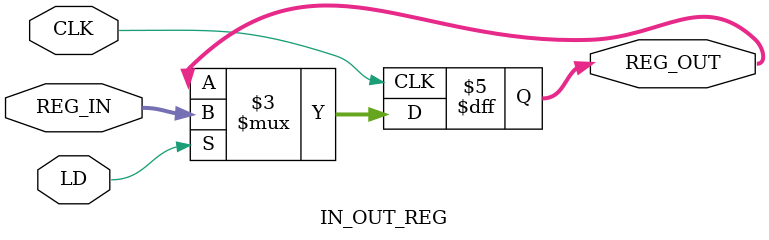
<source format=v>



  `timescale 1ns/1ns
 module IN_OUT_REG(
            output reg[7:0]REG_OUT,
            input [7:0]REG_IN,
            input CLK,LD );
 
 
 always @(posedge CLK)
 begin
  if(LD)
    REG_OUT = REG_IN;
  else
    REG_OUT = REG_OUT;
  end
 endmodule

</source>
